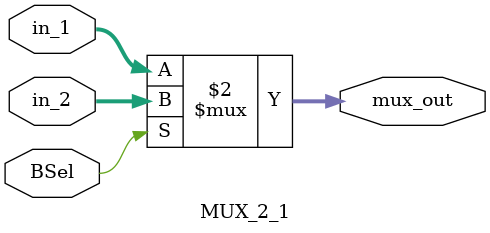
<source format=sv>
`timescale 1ns / 1ps


module MUX_2_1#(parameter BUS_WIDTH = 32)
(
    input [BUS_WIDTH - 1 : 0] in_1,in_2,
    input BSel,
    output logic [BUS_WIDTH - 1 : 0] mux_out
);
    
    always_comb
        begin
            mux_out = (BSel) ? in_2:in_1;
        end
        
endmodule

</source>
